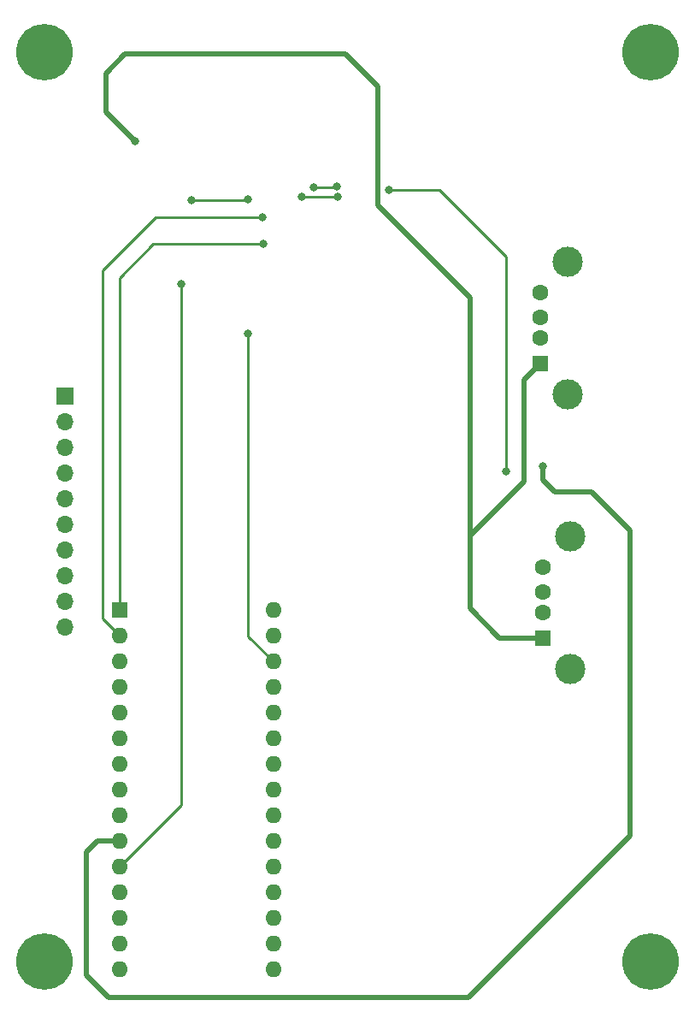
<source format=gbr>
%TF.GenerationSoftware,KiCad,Pcbnew,(6.0.4)*%
%TF.CreationDate,2023-07-24T13:42:21-04:00*%
%TF.ProjectId,BREAD_Slice,42524541-445f-4536-9c69-63652e6b6963,rev?*%
%TF.SameCoordinates,PX74eba40PY8552dc0*%
%TF.FileFunction,Copper,L1,Top*%
%TF.FilePolarity,Positive*%
%FSLAX46Y46*%
G04 Gerber Fmt 4.6, Leading zero omitted, Abs format (unit mm)*
G04 Created by KiCad (PCBNEW (6.0.4)) date 2023-07-24 13:42:21*
%MOMM*%
%LPD*%
G01*
G04 APERTURE LIST*
%TA.AperFunction,ComponentPad*%
%ADD10C,5.600000*%
%TD*%
%TA.AperFunction,ComponentPad*%
%ADD11R,1.600000X1.600000*%
%TD*%
%TA.AperFunction,ComponentPad*%
%ADD12O,1.600000X1.600000*%
%TD*%
%TA.AperFunction,ComponentPad*%
%ADD13R,1.700000X1.700000*%
%TD*%
%TA.AperFunction,ComponentPad*%
%ADD14O,1.700000X1.700000*%
%TD*%
%TA.AperFunction,ComponentPad*%
%ADD15R,1.500000X1.600000*%
%TD*%
%TA.AperFunction,ComponentPad*%
%ADD16C,1.600000*%
%TD*%
%TA.AperFunction,ComponentPad*%
%ADD17C,3.000000*%
%TD*%
%TA.AperFunction,ViaPad*%
%ADD18C,0.800000*%
%TD*%
%TA.AperFunction,Conductor*%
%ADD19C,0.250000*%
%TD*%
%TA.AperFunction,Conductor*%
%ADD20C,0.500000*%
%TD*%
G04 APERTURE END LIST*
D10*
%TO.P,H1,1*%
%TO.N,N/C*%
X5000000Y95000000D03*
%TD*%
%TO.P,H2,1*%
%TO.N,N/C*%
X65000000Y95000000D03*
%TD*%
%TO.P,H3,1*%
%TO.N,N/C*%
X5000000Y5000000D03*
%TD*%
%TO.P,H4,1*%
%TO.N,N/C*%
X65000000Y5000000D03*
%TD*%
D11*
%TO.P,A1,1,D1/TX*%
%TO.N,/TR*%
X12400000Y39800000D03*
D12*
%TO.P,A1,2,D0/RX*%
%TO.N,/RT*%
X12400000Y37260000D03*
%TO.P,A1,3,~{RESET}*%
%TO.N,unconnected-(A1-Pad3)*%
X12400000Y34720000D03*
%TO.P,A1,4,GND*%
%TO.N,GND*%
X12400000Y32180000D03*
%TO.P,A1,5,D2*%
%TO.N,/E_STOP*%
X12400000Y29640000D03*
%TO.P,A1,6,D3*%
%TO.N,/INT*%
X12400000Y27100000D03*
%TO.P,A1,7,D4*%
%TO.N,/SYNC*%
X12400000Y24560000D03*
%TO.P,A1,8,D5*%
%TO.N,unconnected-(A1-Pad8)*%
X12400000Y22020000D03*
%TO.P,A1,9,D6*%
%TO.N,unconnected-(A1-Pad9)*%
X12400000Y19480000D03*
%TO.P,A1,10,D7*%
%TO.N,/SEL*%
X12400000Y16940000D03*
%TO.P,A1,11,D8*%
%TO.N,/PWREN*%
X12400000Y14400000D03*
%TO.P,A1,12,D9*%
%TO.N,unconnected-(A1-Pad12)*%
X12400000Y11860000D03*
%TO.P,A1,13,D10*%
%TO.N,unconnected-(A1-Pad13)*%
X12400000Y9320000D03*
%TO.P,A1,14,D11*%
%TO.N,unconnected-(A1-Pad14)*%
X12400000Y6780000D03*
%TO.P,A1,15,D12*%
%TO.N,unconnected-(A1-Pad15)*%
X12400000Y4240000D03*
%TO.P,A1,16,D13*%
%TO.N,unconnected-(A1-Pad16)*%
X27640000Y4240000D03*
%TO.P,A1,17,3V3*%
%TO.N,unconnected-(A1-Pad17)*%
X27640000Y6780000D03*
%TO.P,A1,18,AREF*%
%TO.N,unconnected-(A1-Pad18)*%
X27640000Y9320000D03*
%TO.P,A1,19,A0*%
%TO.N,unconnected-(A1-Pad19)*%
X27640000Y11860000D03*
%TO.P,A1,20,A1*%
%TO.N,unconnected-(A1-Pad20)*%
X27640000Y14400000D03*
%TO.P,A1,21,A2*%
%TO.N,unconnected-(A1-Pad21)*%
X27640000Y16940000D03*
%TO.P,A1,22,A3*%
%TO.N,unconnected-(A1-Pad22)*%
X27640000Y19480000D03*
%TO.P,A1,23,A4*%
%TO.N,/I2C_DAT*%
X27640000Y22020000D03*
%TO.P,A1,24,A5*%
%TO.N,/I2C_CLK*%
X27640000Y24560000D03*
%TO.P,A1,25,A6*%
%TO.N,unconnected-(A1-Pad25)*%
X27640000Y27100000D03*
%TO.P,A1,26,A7*%
%TO.N,unconnected-(A1-Pad26)*%
X27640000Y29640000D03*
%TO.P,A1,27,+5V*%
%TO.N,+5V*%
X27640000Y32180000D03*
%TO.P,A1,28,~{RESET}*%
%TO.N,/RESET*%
X27640000Y34720000D03*
%TO.P,A1,29,GND*%
%TO.N,GND*%
X27640000Y37260000D03*
%TO.P,A1,30,VIN*%
%TO.N,+12V*%
X27640000Y39800000D03*
%TD*%
D13*
%TO.P,J1,1,Pin_1*%
%TO.N,GND*%
X7000000Y61000000D03*
D14*
%TO.P,J1,2,Pin_2*%
%TO.N,+12V*%
X7000000Y58460000D03*
%TO.P,J1,3,Pin_3*%
%TO.N,/I2C_CLK*%
X7000000Y55920000D03*
%TO.P,J1,4,Pin_4*%
%TO.N,/I2C_DAT*%
X7000000Y53380000D03*
%TO.P,J1,5,Pin_5*%
%TO.N,GND*%
X7000000Y50840000D03*
%TO.P,J1,6,Pin_6*%
%TO.N,/E_STOP*%
X7000000Y48300000D03*
%TO.P,J1,7,Pin_7*%
%TO.N,/INT*%
X7000000Y45760000D03*
%TO.P,J1,8,Pin_8*%
%TO.N,/SYNC*%
X7000000Y43220000D03*
%TO.P,J1,9,Pin_9*%
%TO.N,+12V*%
X7000000Y40680000D03*
%TO.P,J1,10,Pin_10*%
%TO.N,GND*%
X7000000Y38140000D03*
%TD*%
D15*
%TO.P,J3,1,VBUS*%
%TO.N,Net-(C3-Pad1)*%
X54356000Y37084000D03*
D16*
%TO.P,J3,2,D-*%
%TO.N,Net-(J3-Pad2)*%
X54356000Y39584000D03*
%TO.P,J3,3,D+*%
%TO.N,Net-(J3-Pad3)*%
X54356000Y41584000D03*
%TO.P,J3,4,GND*%
%TO.N,GND*%
X54356000Y44084000D03*
D17*
%TO.P,J3,5,Shield*%
X57066000Y34014000D03*
X57066000Y47154000D03*
%TD*%
D15*
%TO.P,J2,1,VBUS*%
%TO.N,Net-(C3-Pad1)*%
X54102000Y64262000D03*
D16*
%TO.P,J2,2,D-*%
%TO.N,Net-(J2-Pad2)*%
X54102000Y66762000D03*
%TO.P,J2,3,D+*%
%TO.N,Net-(J2-Pad3)*%
X54102000Y68762000D03*
%TO.P,J2,4,GND*%
%TO.N,GND*%
X54102000Y71262000D03*
D17*
%TO.P,J2,5,Shield*%
X56812000Y61192000D03*
X56812000Y74332000D03*
%TD*%
D18*
%TO.N,GND*%
X30480000Y80772000D03*
X34036000Y80772000D03*
X25146000Y80518000D03*
X19558000Y80391000D03*
%TO.N,+5V*%
X33894579Y81761952D03*
X31623000Y81661000D03*
X50673000Y53594000D03*
X39116000Y81407000D03*
%TO.N,/RT*%
X26543000Y78740000D03*
%TO.N,/TR*%
X26670000Y76073000D03*
%TO.N,/RESET*%
X25150000Y67200000D03*
%TO.N,/SEL*%
X54356000Y54102000D03*
%TO.N,/PWREN*%
X18542000Y72136000D03*
%TO.N,Net-(C3-Pad1)*%
X13970000Y86233000D03*
%TD*%
D19*
%TO.N,GND*%
X30480000Y80772000D02*
X34036000Y80772000D01*
X25019000Y80391000D02*
X25146000Y80518000D01*
X19558000Y80391000D02*
X25019000Y80391000D01*
%TO.N,+5V*%
X31623000Y81661000D02*
X33793627Y81661000D01*
X50673000Y74803000D02*
X44069000Y81407000D01*
X50673000Y53594000D02*
X50673000Y74803000D01*
X33793627Y81661000D02*
X33894579Y81761952D01*
X44069000Y81407000D02*
X39116000Y81407000D01*
%TO.N,/RT*%
X26543000Y78740000D02*
X16002000Y78740000D01*
X10700000Y73438000D02*
X10700000Y38960000D01*
X10700000Y38960000D02*
X12400000Y37260000D01*
X16002000Y78740000D02*
X10700000Y73438000D01*
%TO.N,/TR*%
X15747002Y76073000D02*
X26670000Y76073000D01*
X12400000Y72725998D02*
X15747002Y76073000D01*
X12400000Y39800000D02*
X12400000Y72725998D01*
%TO.N,/RESET*%
X25150000Y37210000D02*
X27640000Y34720000D01*
X25150000Y67200000D02*
X25150000Y37210000D01*
D20*
%TO.N,/SEL*%
X62992000Y47752000D02*
X62992000Y17526000D01*
X55499000Y51562000D02*
X59182000Y51562000D01*
X9144000Y3683000D02*
X9144000Y15875000D01*
X62992000Y17526000D02*
X46990000Y1524000D01*
X9144000Y15875000D02*
X10209000Y16940000D01*
X11303000Y1524000D02*
X9144000Y3683000D01*
X10209000Y16940000D02*
X12400000Y16940000D01*
X46990000Y1524000D02*
X11303000Y1524000D01*
X54356000Y54102000D02*
X54356000Y52705000D01*
X54356000Y52705000D02*
X55499000Y51562000D01*
X59182000Y51562000D02*
X62992000Y47752000D01*
D19*
%TO.N,/PWREN*%
X18542000Y20542000D02*
X18542000Y72136000D01*
X12400000Y14400000D02*
X18542000Y20542000D01*
D20*
%TO.N,Net-(C3-Pad1)*%
X37973000Y91694000D02*
X34798000Y94869000D01*
X34798000Y94869000D02*
X12954000Y94869000D01*
X52451000Y62611000D02*
X54102000Y64262000D01*
X11049000Y92964000D02*
X11049000Y89154000D01*
X47117000Y47244000D02*
X47117000Y70739000D01*
X47117000Y40005000D02*
X47117000Y47244000D01*
X47117000Y47244000D02*
X52451000Y52578000D01*
X12954000Y94869000D02*
X11049000Y92964000D01*
X37973000Y79883000D02*
X37973000Y91694000D01*
X47117000Y70739000D02*
X37973000Y79883000D01*
X11049000Y89154000D02*
X13970000Y86233000D01*
X50038000Y37084000D02*
X47117000Y40005000D01*
X54356000Y37084000D02*
X50038000Y37084000D01*
X52451000Y52578000D02*
X52451000Y62611000D01*
%TD*%
M02*

</source>
